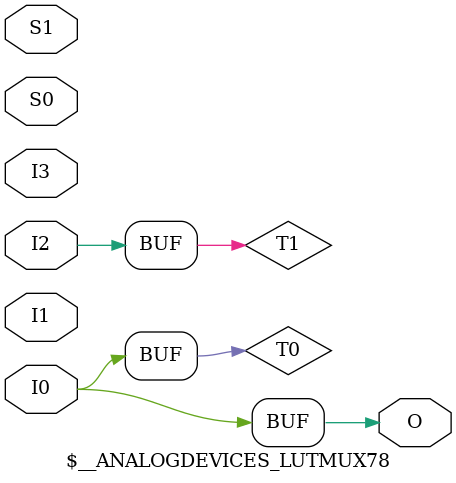
<source format=v>
/*
 *  yosys -- Yosys Open SYnthesis Suite
 *
 *  Copyright (C) 2012  Claire Xenia Wolf <claire@yosyshq.com>
 *                2019  Eddie Hung    <eddie@fpgeh.com>
 *
 *  Permission to use, copy, modify, and/or distribute this software for any
 *  purpose with or without fee is hereby granted, provided that the above
 *  copyright notice and this permission notice appear in all copies.
 *
 *  THE SOFTWARE IS PROVIDED "AS IS" AND THE AUTHOR DISCLAIMS ALL WARRANTIES
 *  WITH REGARD TO THIS SOFTWARE INCLUDING ALL IMPLIED WARRANTIES OF
 *  MERCHANTABILITY AND FITNESS. IN NO EVENT SHALL THE AUTHOR BE LIABLE FOR
 *  ANY SPECIAL, DIRECT, INDIRECT, OR CONSEQUENTIAL DAMAGES OR ANY DAMAGES
 *  WHATSOEVER RESULTING FROM LOSS OF USE, DATA OR PROFITS, WHETHER IN AN
 *  ACTION OF CONTRACT, NEGLIGENCE OR OTHER TORTIOUS ACTION, ARISING OUT OF
 *  OR IN CONNECTION WITH THE USE OR PERFORMANCE OF THIS SOFTWARE.
 *
 */

module \$__SHREG_ (input C, input D, input E, output Q);
  parameter DEPTH = 0;
  parameter [DEPTH-1:0] INIT = 0;
  parameter CLKPOL = 1;
  parameter ENPOL = 2;

  \$__ANALOGDEVICES_SHREG_ #(.DEPTH(DEPTH), .INIT(INIT), .CLKPOL(CLKPOL), .ENPOL(ENPOL)) _TECHMAP_REPLACE_ (.C(C), .D(D), .L(DEPTH-1), .E(E), .Q(Q));
endmodule

module \$__ANALOGDEVICES_SHREG_ (input C, input D, input [31:0] L, input E, output Q, output SO);
  parameter DEPTH = 0;
  parameter [DEPTH-1:0] INIT = 0;
  parameter CLKPOL = 1;
  parameter ENPOL = 2;

  // shregmap's INIT parameter shifts out LSB first;
  // however Analog Devices expects MSB first
  function [DEPTH-1:0] brev;
    input [DEPTH-1:0] din;
    integer i;
    begin
      for (i = 0; i < DEPTH; i=i+1)
        brev[i] = din[DEPTH-1-i];
    end
  endfunction
  localparam [DEPTH-1:0] INIT_R = brev(INIT);

  parameter _TECHMAP_CONSTMSK_L_ = 0;

  wire CE;
  generate
    if (ENPOL == 0)
      assign CE = ~E;
    else if (ENPOL == 1)
      assign CE = E;
    else
      assign CE = 1'b1;
    if (DEPTH == 1) begin
      if (CLKPOL)
          FDRE #(.INIT(INIT_R)) _TECHMAP_REPLACE_ (.D(D), .Q(Q), .C(C), .CE(CE), .R(1'b0));
      else
          FDRE_1 #(.INIT(INIT_R)) _TECHMAP_REPLACE_ (.D(D), .Q(Q), .C(C), .CE(CE), .R(1'b0));
    end else
    if (DEPTH <= 16) begin
      SRL16E #(.INIT(INIT_R), .IS_CLK_INVERTED(~CLKPOL[0])) _TECHMAP_REPLACE_ (.A0(L[0]), .A1(L[1]), .A2(L[2]), .A3(L[3]), .CE(CE), .CLK(C), .D(D), .Q(Q));
    end else
    if (DEPTH > 17 && DEPTH <= 32) begin
      SRLC32E #(.INIT(INIT_R), .IS_CLK_INVERTED(~CLKPOL[0])) _TECHMAP_REPLACE_ (.A(L[4:0]), .CE(CE), .CLK(C), .D(D), .Q(Q));
    end else
    if (DEPTH > 33 && DEPTH <= 64) begin
      wire T0, T1, T2;
      SRLC32E #(.INIT(INIT_R[32-1:0]), .IS_CLK_INVERTED(~CLKPOL[0])) fpga_srl_0 (.A(L[4:0]), .CE(CE), .CLK(C), .D(D), .Q(T0), .Q31(T1));
      \$__ANALOGDEVICES_SHREG_ #(.DEPTH(DEPTH-32), .INIT(INIT[DEPTH-32-1:0]), .CLKPOL(CLKPOL), .ENPOL(ENPOL)) fpga_srl_1 (.C(C), .D(T1), .L(L), .E(E), .Q(T2));
      if (&_TECHMAP_CONSTMSK_L_)
        assign Q = T2;
      else
        LUTMUX7 fpga_mux_0 (.O(Q), .I0(T0), .I1(T2), .S(L[5]));
    end else
    if (DEPTH > 65 && DEPTH <= 96) begin
      wire T0, T1, T2, T3, T4, T5, T6;
      SRLC32E #(.INIT(INIT_R[32-1: 0]), .IS_CLK_INVERTED(~CLKPOL[0])) fpga_srl_0 (.A(L[4:0]), .CE(CE), .CLK(C), .D( D), .Q(T0), .Q31(T1));
      SRLC32E #(.INIT(INIT_R[64-1:32]), .IS_CLK_INVERTED(~CLKPOL[0])) fpga_srl_1 (.A(L[4:0]), .CE(CE), .CLK(C), .D(T1), .Q(T2), .Q31(T3));
      \$__ANALOGDEVICES_SHREG_ #(.DEPTH(DEPTH-64), .INIT(INIT[DEPTH-64-1:0]), .CLKPOL(CLKPOL), .ENPOL(ENPOL)) fpga_srl_2 (.C(C), .D(T3), .L(L[4:0]), .E(E), .Q(T4));
      if (&_TECHMAP_CONSTMSK_L_)
        assign Q = T4;
      else
        \$__ANALOGDEVICES_LUTMUX78 fpga_hard_mux (.I0(T0), .I1(T2), .I2(T4), .I3(1'bx), .S0(L[5]), .S1(L[6]), .O(Q));
    end else
    if (DEPTH > 97 && DEPTH < 128) begin
      wire T0, T1, T2, T3, T4, T5, T6, T7, T8;
      SRLC32E #(.INIT(INIT_R[32-1: 0]), .IS_CLK_INVERTED(~CLKPOL[0])) fpga_srl_0 (.A(L[4:0]), .CE(CE), .CLK(C), .D( D), .Q(T0), .Q31(T1));
      SRLC32E #(.INIT(INIT_R[64-1:32]), .IS_CLK_INVERTED(~CLKPOL[0])) fpga_srl_1 (.A(L[4:0]), .CE(CE), .CLK(C), .D(T1), .Q(T2), .Q31(T3));
      SRLC32E #(.INIT(INIT_R[96-1:64]), .IS_CLK_INVERTED(~CLKPOL[0])) fpga_srl_2 (.A(L[4:0]), .CE(CE), .CLK(C), .D(T3), .Q(T4), .Q31(T5));
      \$__ANALOGDEVICES_SHREG_ #(.DEPTH(DEPTH-96), .INIT(INIT[DEPTH-96-1:0]), .CLKPOL(CLKPOL), .ENPOL(ENPOL)) fpga_srl_3 (.C(C), .D(T5), .L(L[4:0]), .E(E), .Q(T6));
      if (&_TECHMAP_CONSTMSK_L_)
        assign Q = T6;
      else
        \$__ANALOGDEVICES_LUTMUX78 fpga_hard_mux (.I0(T0), .I1(T2), .I2(T4), .I3(T6), .S0(L[5]), .S1(L[6]), .O(Q));
    end
    else if (DEPTH == 128) begin
      wire T0, T1, T2, T3, T4, T5, T6;
      SRLC32E #(.INIT(INIT_R[ 32-1: 0]), .IS_CLK_INVERTED(~CLKPOL[0])) fpga_srl_0 (.A(L[4:0]), .CE(CE), .CLK(C), .D( D), .Q(T0), .Q31(T1));
      SRLC32E #(.INIT(INIT_R[ 64-1:32]), .IS_CLK_INVERTED(~CLKPOL[0])) fpga_srl_1 (.A(L[4:0]), .CE(CE), .CLK(C), .D(T1), .Q(T2), .Q31(T3));
      SRLC32E #(.INIT(INIT_R[ 96-1:64]), .IS_CLK_INVERTED(~CLKPOL[0])) fpga_srl_2 (.A(L[4:0]), .CE(CE), .CLK(C), .D(T3), .Q(T4), .Q31(T5));
      SRLC32E #(.INIT(INIT_R[128-1:96]), .IS_CLK_INVERTED(~CLKPOL[0])) fpga_srl_3 (.A(L[4:0]), .CE(CE), .CLK(C), .D(T5), .Q(T6), .Q31(SO));
      if (&_TECHMAP_CONSTMSK_L_)
        assign Q = T6;
      else
        \$__ANALOGDEVICES_LUTMUX78 fpga_hard_mux (.I0(T0), .I1(T2), .I2(T4), .I3(T6), .S0(L[5]), .S1(L[6]), .O(Q));
    end
    // For fixed length, if just 1 over a convenient value, decompose
    else if (DEPTH <= 129 && &_TECHMAP_CONSTMSK_L_) begin
      wire T;
      \$__ANALOGDEVICES_SHREG_ #(.DEPTH(DEPTH-1), .INIT(INIT[DEPTH-1:1]), .CLKPOL(CLKPOL), .ENPOL(ENPOL)) fpga_srl      (.C(C), .D(D), .L({32{1'b1}}), .E(E), .Q(T));
      \$__ANALOGDEVICES_SHREG_ #(.DEPTH(1),       .INIT(INIT[0]),         .CLKPOL(CLKPOL), .ENPOL(ENPOL)) fpga_srl_last (.C(C), .D(T), .L(L), .E(E), .Q(Q));
    end
    // For variable length, if just 1 over a convenient value, then bump up one more
    else if (DEPTH < 129 && ~&_TECHMAP_CONSTMSK_L_)
      \$__ANALOGDEVICES_SHREG_ #(.DEPTH(DEPTH+1), .INIT({INIT,1'b0}), .CLKPOL(CLKPOL), .ENPOL(ENPOL)) _TECHMAP_REPLACE_ (.C(C), .D(D), .L(L), .E(E), .Q(Q));
    else begin
      localparam depth0 = 128;
      localparam num_srl128 = DEPTH / depth0;
      localparam depthN = DEPTH % depth0;
      wire [num_srl128 + (depthN > 0 ? 1 : 0) - 1:0] T;
      wire [num_srl128 + (depthN > 0 ? 1 : 0) :0] S;
      assign S[0] = D;
      genvar i;
      for (i = 0; i < num_srl128; i++)
        \$__ANALOGDEVICES_SHREG_ #(.DEPTH(depth0), .INIT(INIT[DEPTH-1-i*depth0-:depth0]), .CLKPOL(CLKPOL), .ENPOL(ENPOL)) fpga_srl      (.C(C), .D(S[i]),          .L(L[$clog2(depth0)-1:0]), .E(E), .Q(T[i]), .SO(S[i+1]));

      if (depthN > 0)
        \$__ANALOGDEVICES_SHREG_ #(.DEPTH(depthN), .INIT(INIT[depthN-1:0]),               .CLKPOL(CLKPOL), .ENPOL(ENPOL)) fpga_srl_last (.C(C), .D(S[num_srl128]), .L(L[$clog2(depth0)-1:0]), .E(E), .Q(T[num_srl128]));

      if (&_TECHMAP_CONSTMSK_L_)
        assign Q = T[num_srl128 + (depthN > 0 ? 1 : 0) - 1];
      else
        assign Q = T[L[DEPTH-1:$clog2(depth0)]];
    end
  endgenerate
endmodule

`ifdef MIN_MUX_INPUTS
module \$__ANALOGDEVICES_SHIFTX (A, B, Y);
  parameter A_SIGNED = 0;
  parameter B_SIGNED = 0;
  parameter A_WIDTH = 1;
  parameter B_WIDTH = 1;
  parameter Y_WIDTH = 1;

  (* force_downto *)
  input [A_WIDTH-1:0] A;
  (* force_downto *)
  input [B_WIDTH-1:0] B;
  (* force_downto *)
  output [Y_WIDTH-1:0] Y;

  parameter [A_WIDTH-1:0] _TECHMAP_CONSTMSK_A_ = 0;
  parameter [A_WIDTH-1:0] _TECHMAP_CONSTVAL_A_ = 0;
  parameter [B_WIDTH-1:0] _TECHMAP_CONSTMSK_B_ = 0;
  parameter [B_WIDTH-1:0] _TECHMAP_CONSTVAL_B_ = 0;

  function integer A_WIDTH_trimmed;
    input integer start;
  begin
    A_WIDTH_trimmed = start;
    while (A_WIDTH_trimmed > 0 && _TECHMAP_CONSTMSK_A_[A_WIDTH_trimmed-1] && _TECHMAP_CONSTVAL_A_[A_WIDTH_trimmed-1] === 1'bx)
      A_WIDTH_trimmed = A_WIDTH_trimmed - 1;
  end
  endfunction

  generate
    genvar i, j;
    // Bit-blast
    if (Y_WIDTH > 1) begin
      for (i = 0; i < Y_WIDTH; i++)
        \$__ANALOGDEVICES_SHIFTX  #(.A_SIGNED(A_SIGNED), .B_SIGNED(B_SIGNED), .A_WIDTH(A_WIDTH-Y_WIDTH+1), .B_WIDTH(B_WIDTH), .Y_WIDTH(1'd1)) bitblast (.A(A[A_WIDTH-Y_WIDTH+i:i]), .B(B), .Y(Y[i]));
    end
    // If the LSB of B is constant zero (and Y_WIDTH is 1) then
    //   we can optimise by removing every other entry from A
    //   and popping the constant zero from B
    else if (_TECHMAP_CONSTMSK_B_[0] && !_TECHMAP_CONSTVAL_B_[0]) begin
      wire [(A_WIDTH+1)/2-1:0] A_i;
      for (i = 0; i < (A_WIDTH+1)/2; i++)
        assign A_i[i] = A[i*2];
      \$__ANALOGDEVICES_SHIFTX  #(.A_SIGNED(A_SIGNED), .B_SIGNED(B_SIGNED), .A_WIDTH((A_WIDTH+1'd1)/2'd2), .B_WIDTH(B_WIDTH-1'd1), .Y_WIDTH(Y_WIDTH)) _TECHMAP_REPLACE_ (.A(A_i), .B(B[B_WIDTH-1:1]), .Y(Y));
    end
    // Trim off any leading 1'bx -es in A
    else if (_TECHMAP_CONSTMSK_A_[A_WIDTH-1] && _TECHMAP_CONSTVAL_A_[A_WIDTH-1] === 1'bx) begin
      localparam A_WIDTH_new = A_WIDTH_trimmed(A_WIDTH-1);
      if (A_WIDTH_new == 0)
        assign Y = 1'bx;
      else
        \$__ANALOGDEVICES_SHIFTX  #(.A_SIGNED(A_SIGNED), .B_SIGNED(B_SIGNED), .A_WIDTH(A_WIDTH_new), .B_WIDTH(B_WIDTH), .Y_WIDTH(Y_WIDTH)) _TECHMAP_REPLACE_ (.A(A[A_WIDTH_new-1:0]), .B(B), .Y(Y));
    end
    else if (A_WIDTH < `MIN_MUX_INPUTS) begin
      wire _TECHMAP_FAIL_ = 1;
    end
    else if (A_WIDTH == 2) begin
      LUTMUX7 fpga_hard_mux (.I0(A[0]), .I1(A[1]), .S(B[0]), .O(Y));
    end
    else if (A_WIDTH <= 4) begin
      wire [4-1:0] Ax;
      if (A_WIDTH == 4)
        assign Ax = A;
      else
        // Rather than extend with 1'bx which gets flattened to 1'b0
        // causing the "don't care" status to get lost, extend with
        // the same driver of F7B.I0 so that we can optimise F7B away
        // later
        assign Ax = {A[1], A};
      \$__ANALOGDEVICES_LUTMUX78 fpga_hard_mux (.I0(Ax[0]), .I1(Ax[2]), .I2(Ax[1]), .I3(Ax[3]), .S0(B[1]), .S1(B[0]), .O(Y));
    end
    // Note that the following decompositions are 'backwards' in that
    // the LSBs are placed on the hard resources, and the soft resources
    // are used for MSBs.
    // This has the effect of more effectively utilising the hard mux;
    // take for example a 5:1 multiplexer, currently this would map as:
    //
    //     A[0] \___  __                             A[0] \__  __
    //     A[4] /   \|  \       whereas the more     A[1] /  \|  \
    //     A[1] _____|   |      obvious mapping      A[2] \___|   |
    //     A[2] _____|   |--    of MSBs to hard      A[3] /   |   |__
    //     A[3]______|   |      resources would      A[4] ____|   |
    //               |__/       lead to:             1'bx ____|   |
    //                ||                                      |__/
    //                ||                                       ||
    //              B[1:0]                                   B[1:2]
    //
    // Expectation would be that the 'forward' mapping (right) is more
    // area efficient (consider a 9:1 multiplexer using 2x4:1 multiplexers
    // on its I0 and I1 inputs, and A[8] and 1'bx on its I2 and I3 inputs)
    // but that the 'backwards' mapping (left) is more delay efficient
    // since smaller LUTs are faster than wider ones.
    else if (A_WIDTH <= 8) begin
      wire [8-1:0] Ax = {{{8-A_WIDTH}{1'bx}}, A};
      wire T0 = B[2] ? Ax[4] : Ax[0];
      wire T1 = B[2] ? Ax[5] : Ax[1];
      wire T2 = B[2] ? Ax[6] : Ax[2];
      wire T3 = B[2] ? Ax[7] : Ax[3];
      \$__ANALOGDEVICES_LUTMUX78 fpga_hard_mux (.I0(T0), .I1(T2), .I2(T1), .I3(T3), .S0(B[1]), .S1(B[0]), .O(Y));
    end
    else if (A_WIDTH <= 16) begin
      wire [16-1:0] Ax = {{{16-A_WIDTH}{1'bx}}, A};
      wire T0 = B[2] ? B[3] ? Ax[12] : Ax[4]
                     : B[3] ? Ax[ 8] : Ax[0];
      wire T1 = B[2] ? B[3] ? Ax[13] : Ax[5]
                     : B[3] ? Ax[ 9] : Ax[1];
      wire T2 = B[2] ? B[3] ? Ax[14] : Ax[6]
                     : B[3] ? Ax[10] : Ax[2];
      wire T3 = B[2] ? B[3] ? Ax[15] : Ax[7]
                     : B[3] ? Ax[11] : Ax[3];
      \$__ANALOGDEVICES_LUTMUX78 fpga_hard_mux (.I0(T0), .I1(T2), .I2(T1), .I3(T3), .S0(B[1]), .S1(B[0]), .O(Y));
    end
    else begin
      localparam num_mux16 = (A_WIDTH+15) / 16;
      localparam clog2_num_mux16 = $clog2(num_mux16);
      wire [num_mux16-1:0] T;
      wire [num_mux16*16-1:0] Ax = {{(num_mux16*16-A_WIDTH){1'bx}}, A};
      for (i = 0; i < num_mux16; i++)
        \$__ANALOGDEVICES_SHIFTX  #(
          .A_SIGNED(A_SIGNED),
          .B_SIGNED(B_SIGNED),
          .A_WIDTH(16),
          .B_WIDTH(4),
          .Y_WIDTH(Y_WIDTH)
        ) fpga_mux (
          .A(Ax[i*16+:16]),
          .B(B[3:0]),
          .Y(T[i])
        );
      \$__ANALOGDEVICES_SHIFTX  #(
          .A_SIGNED(A_SIGNED),
          .B_SIGNED(B_SIGNED),
          .A_WIDTH(num_mux16),
          .B_WIDTH(clog2_num_mux16),
          .Y_WIDTH(Y_WIDTH)
      ) _TECHMAP_REPLACE_ (
          .A(T),
          .B(B[B_WIDTH-1-:clog2_num_mux16]),
          .Y(Y));
    end
  endgenerate
endmodule

(* techmap_celltype = "$__ANALOGDEVICES_SHIFTX" *)
module _90__ANALOGDEVICES_SHIFTX (A, B, Y);
  parameter A_SIGNED = 0;
  parameter B_SIGNED = 0;
  parameter A_WIDTH = 1;
  parameter B_WIDTH = 1;
  parameter Y_WIDTH = 1;

  (* force_downto *)
  input [A_WIDTH-1:0] A;
  (* force_downto *)
  input [B_WIDTH-1:0] B;
  (* force_downto *)
  output [Y_WIDTH-1:0] Y;

  \$shiftx  #(.A_SIGNED(A_SIGNED), .B_SIGNED(B_SIGNED), .A_WIDTH(A_WIDTH), .B_WIDTH(B_WIDTH), .Y_WIDTH(Y_WIDTH)) _TECHMAP_REPLACE_ (.A(A), .B(B), .Y(Y));
endmodule

module \$_MUX_ (A, B, S, Y);
  input A, B, S;
  output Y;
  generate
    if (`MIN_MUX_INPUTS == 2)
      \$__ANALOGDEVICES_SHIFTX  #(.A_SIGNED(0), .B_SIGNED(0), .A_WIDTH(2), .B_WIDTH(1), .Y_WIDTH(1)) _TECHMAP_REPLACE_ (.A({B,A}), .B(S), .Y(Y));
    else
      wire _TECHMAP_FAIL_ = 1;
  endgenerate
endmodule

module \$_MUX4_ (A, B, C, D, S, T, Y);
  input A, B, C, D, S, T;
  output Y;
  \$__ANALOGDEVICES_SHIFTX  #(.A_SIGNED(0), .B_SIGNED(0), .A_WIDTH(4), .B_WIDTH(2), .Y_WIDTH(1)) _TECHMAP_REPLACE_ (.A({D,C,B,A}), .B({T,S}), .Y(Y));
endmodule

module \$_MUX8_ (A, B, C, D, E, F, G, H, S, T, U, Y);
  input A, B, C, D, E, F, G, H, S, T, U;
  output Y;
  \$__ANALOGDEVICES_SHIFTX  #(.A_SIGNED(0), .B_SIGNED(0), .A_WIDTH(8), .B_WIDTH(3), .Y_WIDTH(1)) _TECHMAP_REPLACE_ (.A({H,G,F,E,D,C,B,A}), .B({U,T,S}), .Y(Y));
endmodule

module \$_MUX16_ (A, B, C, D, E, F, G, H, I, J, K, L, M, N, O, P, S, T, U, V, Y);
  input A, B, C, D, E, F, G, H, I, J, K, L, M, N, O, P, S, T, U, V;
  output Y;
  \$__ANALOGDEVICES_SHIFTX  #(.A_SIGNED(0), .B_SIGNED(0), .A_WIDTH(16), .B_WIDTH(4), .Y_WIDTH(1)) _TECHMAP_REPLACE_ (.A({P,O,N,M,L,K,J,I,H,G,F,E,D,C,B,A}), .B({V,U,T,S}), .Y(Y));
endmodule
`endif

module \$__ANALOGDEVICES_LUTMUX78 (O, I0, I1, I2, I3, S0, S1);
  output O;
  input I0, I1, I2, I3, S0, S1;
  wire T0, T1;
  parameter _TECHMAP_BITS_CONNMAP_ = 0;
  parameter [_TECHMAP_BITS_CONNMAP_-1:0] _TECHMAP_CONNMAP_I0_ = 0;
  parameter [_TECHMAP_BITS_CONNMAP_-1:0] _TECHMAP_CONNMAP_I1_ = 0;
  parameter [_TECHMAP_BITS_CONNMAP_-1:0] _TECHMAP_CONNMAP_I2_ = 0;
  parameter [_TECHMAP_BITS_CONNMAP_-1:0] _TECHMAP_CONNMAP_I3_ = 0;
  parameter _TECHMAP_CONSTMSK_S0_ = 0;
  parameter _TECHMAP_CONSTVAL_S0_ = 0;
  parameter _TECHMAP_CONSTMSK_S1_ = 0;
  parameter _TECHMAP_CONSTVAL_S1_ = 0;
  if (_TECHMAP_CONSTMSK_S0_ && _TECHMAP_CONSTVAL_S0_ === 1'b1)
    assign T0 = I1;
  else if (_TECHMAP_CONSTMSK_S0_ || _TECHMAP_CONNMAP_I0_ === _TECHMAP_CONNMAP_I1_)
    assign T0 = I0;
  else
    LUTMUX7 mux7a (.I0(I0), .I1(I1), .S(S0), .O(T0));
  if (_TECHMAP_CONSTMSK_S0_ && _TECHMAP_CONSTVAL_S0_ === 1'b1)
    assign T1 = I3;
  else if (_TECHMAP_CONSTMSK_S0_ || _TECHMAP_CONNMAP_I2_ === _TECHMAP_CONNMAP_I3_)
    assign T1 = I2;
  else
    LUTMUX7 mux7b (.I0(I2), .I1(I3), .S(S0), .O(T1));
  if (_TECHMAP_CONSTMSK_S1_ && _TECHMAP_CONSTVAL_S1_ === 1'b1)
    assign O = T1;
  else if (_TECHMAP_CONSTMSK_S1_ || (_TECHMAP_CONNMAP_I0_ === _TECHMAP_CONNMAP_I1_ && _TECHMAP_CONNMAP_I1_ === _TECHMAP_CONNMAP_I2_ && _TECHMAP_CONNMAP_I2_ === _TECHMAP_CONNMAP_I3_))
    assign O = T0;
  else
    LUTMUX8 mux8 (.I0(T0), .I1(T1), .S(S1), .O(O));
endmodule

</source>
